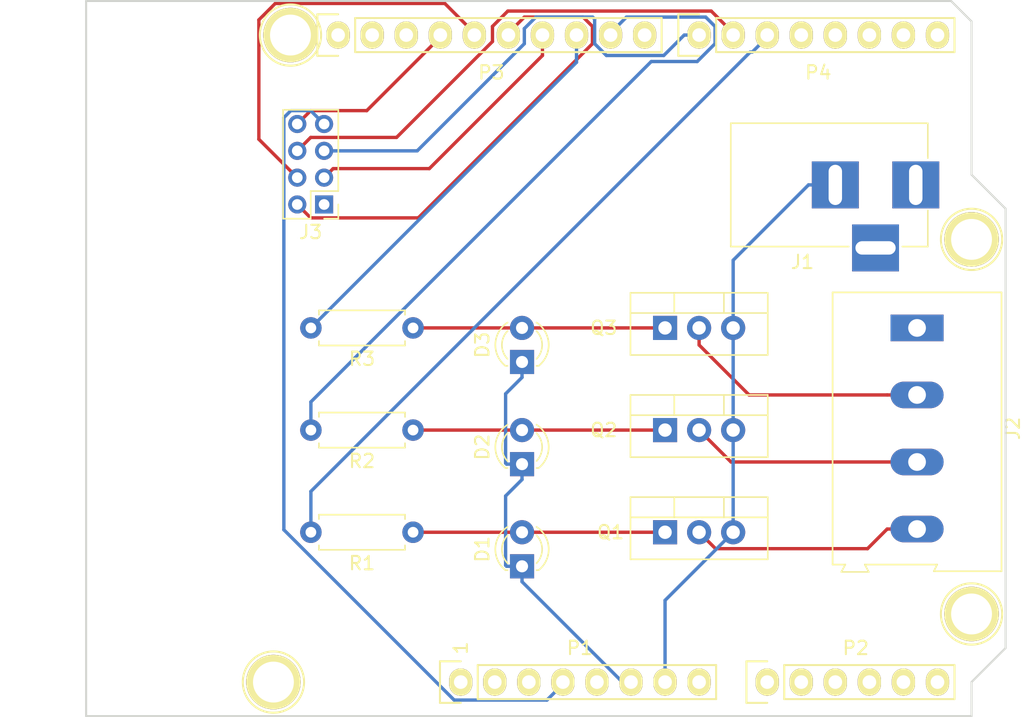
<source format=kicad_pcb>
(kicad_pcb (version 4) (host pcbnew 4.0.6)

  (general
    (links 25)
    (no_connects 5)
    (area 110.922999 72.949999 179.653001 126.440001)
    (thickness 1.6)
    (drawings 23)
    (tracks 103)
    (zones 0)
    (modules 20)
    (nets 48)
  )

  (page A4)
  (title_block
    (title "mega led 3000 base unit schematic")
    (date "lun. 30 mars 2015")
  )

  (layers
    (0 F.Cu signal)
    (31 B.Cu signal)
    (32 B.Adhes user)
    (33 F.Adhes user)
    (34 B.Paste user)
    (35 F.Paste user)
    (36 B.SilkS user)
    (37 F.SilkS user)
    (38 B.Mask user)
    (39 F.Mask user)
    (40 Dwgs.User user)
    (41 Cmts.User user)
    (42 Eco1.User user)
    (43 Eco2.User user)
    (44 Edge.Cuts user)
    (45 Margin user)
    (46 B.CrtYd user)
    (47 F.CrtYd user)
    (48 B.Fab user)
    (49 F.Fab user)
  )

  (setup
    (last_trace_width 0.25)
    (trace_clearance 0.2)
    (zone_clearance 0.508)
    (zone_45_only no)
    (trace_min 0.2)
    (segment_width 0.15)
    (edge_width 0.15)
    (via_size 0.6)
    (via_drill 0.4)
    (via_min_size 0.4)
    (via_min_drill 0.3)
    (uvia_size 0.3)
    (uvia_drill 0.1)
    (uvias_allowed no)
    (uvia_min_size 0.2)
    (uvia_min_drill 0.1)
    (pcb_text_width 0.3)
    (pcb_text_size 1.5 1.5)
    (mod_edge_width 0.15)
    (mod_text_size 1 1)
    (mod_text_width 0.15)
    (pad_size 4.064 4.064)
    (pad_drill 3.048)
    (pad_to_mask_clearance 0)
    (aux_axis_origin 110.998 126.365)
    (grid_origin 110.998 126.365)
    (visible_elements FFFFFF7F)
    (pcbplotparams
      (layerselection 0x00030_80000001)
      (usegerberextensions false)
      (excludeedgelayer true)
      (linewidth 0.100000)
      (plotframeref false)
      (viasonmask false)
      (mode 1)
      (useauxorigin false)
      (hpglpennumber 1)
      (hpglpenspeed 20)
      (hpglpendiameter 15)
      (hpglpenoverlay 2)
      (psnegative false)
      (psa4output false)
      (plotreference true)
      (plotvalue true)
      (plotinvisibletext false)
      (padsonsilk false)
      (subtractmaskfromsilk false)
      (outputformat 1)
      (mirror false)
      (drillshape 1)
      (scaleselection 1)
      (outputdirectory ""))
  )

  (net 0 "")
  (net 1 /Reset)
  (net 2 GND)
  (net 3 "/9(**)")
  (net 4 /7)
  (net 5 "/6(**)")
  (net 6 "/5(**)")
  (net 7 "Net-(P5-Pad1)")
  (net 8 "Net-(P6-Pad1)")
  (net 9 "Net-(P7-Pad1)")
  (net 10 "Net-(P8-Pad1)")
  (net 11 "/13(SCK)")
  (net 12 "/10(**/SS)")
  (net 13 "Net-(P1-Pad1)")
  (net 14 "/12(MISO)")
  (net 15 "/11(**/MOSI)")
  (net 16 "Net-(P1-Pad2)")
  (net 17 "Net-(J3-Pad7)")
  (net 18 "Net-(P1-Pad5)")
  (net 19 "Net-(P1-Pad8)")
  (net 20 "Net-(P2-Pad1)")
  (net 21 "Net-(P2-Pad2)")
  (net 22 "Net-(P2-Pad3)")
  (net 23 "Net-(P2-Pad4)")
  (net 24 "Net-(P2-Pad5)")
  (net 25 "Net-(P2-Pad6)")
  (net 26 "Net-(P3-Pad1)")
  (net 27 "Net-(P3-Pad2)")
  (net 28 "Net-(P3-Pad3)")
  (net 29 "Net-(J3-Pad8)")
  (net 30 "Net-(P3-Pad10)")
  (net 31 "Net-(P4-Pad4)")
  (net 32 "Net-(P4-Pad5)")
  (net 33 "Net-(P4-Pad6)")
  (net 34 "Net-(P4-Pad7)")
  (net 35 "Net-(P4-Pad8)")
  (net 36 "Net-(J2-Pad4)")
  (net 37 "Net-(J2-Pad3)")
  (net 38 "Net-(J2-Pad2)")
  (net 39 "Net-(D1-Pad2)")
  (net 40 "Net-(D2-Pad2)")
  (net 41 "Net-(D3-Pad2)")
  (net 42 "Net-(J1-Pad1)")
  (net 43 "Net-(J1-Pad3)")
  (net 44 "Net-(J3-Pad1)")
  (net 45 "Net-(Q1-Pad1)")
  (net 46 "Net-(Q2-Pad1)")
  (net 47 "Net-(Q3-Pad1)")

  (net_class Default "This is the default net class."
    (clearance 0.2)
    (trace_width 0.25)
    (via_dia 0.6)
    (via_drill 0.4)
    (uvia_dia 0.3)
    (uvia_drill 0.1)
    (add_net "/10(**/SS)")
    (add_net "/11(**/MOSI)")
    (add_net "/12(MISO)")
    (add_net "/13(SCK)")
    (add_net "/5(**)")
    (add_net "/6(**)")
    (add_net /7)
    (add_net "/9(**)")
    (add_net /Reset)
    (add_net GND)
    (add_net "Net-(D1-Pad2)")
    (add_net "Net-(D2-Pad2)")
    (add_net "Net-(D3-Pad2)")
    (add_net "Net-(J1-Pad1)")
    (add_net "Net-(J1-Pad3)")
    (add_net "Net-(J2-Pad2)")
    (add_net "Net-(J2-Pad3)")
    (add_net "Net-(J2-Pad4)")
    (add_net "Net-(J3-Pad1)")
    (add_net "Net-(J3-Pad7)")
    (add_net "Net-(J3-Pad8)")
    (add_net "Net-(P1-Pad1)")
    (add_net "Net-(P1-Pad2)")
    (add_net "Net-(P1-Pad5)")
    (add_net "Net-(P1-Pad8)")
    (add_net "Net-(P2-Pad1)")
    (add_net "Net-(P2-Pad2)")
    (add_net "Net-(P2-Pad3)")
    (add_net "Net-(P2-Pad4)")
    (add_net "Net-(P2-Pad5)")
    (add_net "Net-(P2-Pad6)")
    (add_net "Net-(P3-Pad1)")
    (add_net "Net-(P3-Pad10)")
    (add_net "Net-(P3-Pad2)")
    (add_net "Net-(P3-Pad3)")
    (add_net "Net-(P4-Pad4)")
    (add_net "Net-(P4-Pad5)")
    (add_net "Net-(P4-Pad6)")
    (add_net "Net-(P4-Pad7)")
    (add_net "Net-(P4-Pad8)")
    (add_net "Net-(P5-Pad1)")
    (add_net "Net-(P6-Pad1)")
    (add_net "Net-(P7-Pad1)")
    (add_net "Net-(P8-Pad1)")
    (add_net "Net-(Q1-Pad1)")
    (add_net "Net-(Q2-Pad1)")
    (add_net "Net-(Q3-Pad1)")
  )

  (module Socket_Arduino_Uno:Socket_Strip_Arduino_1x08 locked (layer F.Cu) (tedit 552168D2) (tstamp 551AF9EA)
    (at 138.938 123.825)
    (descr "Through hole socket strip")
    (tags "socket strip")
    (path /56D70129)
    (fp_text reference P1 (at 8.89 -2.54) (layer F.SilkS)
      (effects (font (size 1 1) (thickness 0.15)))
    )
    (fp_text value Power (at 8.89 -4.064) (layer F.Fab)
      (effects (font (size 1 1) (thickness 0.15)))
    )
    (fp_line (start -1.75 -1.75) (end -1.75 1.75) (layer F.CrtYd) (width 0.05))
    (fp_line (start 19.55 -1.75) (end 19.55 1.75) (layer F.CrtYd) (width 0.05))
    (fp_line (start -1.75 -1.75) (end 19.55 -1.75) (layer F.CrtYd) (width 0.05))
    (fp_line (start -1.75 1.75) (end 19.55 1.75) (layer F.CrtYd) (width 0.05))
    (fp_line (start 1.27 1.27) (end 19.05 1.27) (layer F.SilkS) (width 0.15))
    (fp_line (start 19.05 1.27) (end 19.05 -1.27) (layer F.SilkS) (width 0.15))
    (fp_line (start 19.05 -1.27) (end 1.27 -1.27) (layer F.SilkS) (width 0.15))
    (fp_line (start -1.55 1.55) (end 0 1.55) (layer F.SilkS) (width 0.15))
    (fp_line (start 1.27 1.27) (end 1.27 -1.27) (layer F.SilkS) (width 0.15))
    (fp_line (start 0 -1.55) (end -1.55 -1.55) (layer F.SilkS) (width 0.15))
    (fp_line (start -1.55 -1.55) (end -1.55 1.55) (layer F.SilkS) (width 0.15))
    (pad 1 thru_hole oval (at 0 0) (size 1.7272 2.032) (drill 1.016) (layers *.Cu *.Mask F.SilkS)
      (net 13 "Net-(P1-Pad1)"))
    (pad 2 thru_hole oval (at 2.54 0) (size 1.7272 2.032) (drill 1.016) (layers *.Cu *.Mask F.SilkS)
      (net 16 "Net-(P1-Pad2)"))
    (pad 3 thru_hole oval (at 5.08 0) (size 1.7272 2.032) (drill 1.016) (layers *.Cu *.Mask F.SilkS)
      (net 1 /Reset))
    (pad 4 thru_hole oval (at 7.62 0) (size 1.7272 2.032) (drill 1.016) (layers *.Cu *.Mask F.SilkS)
      (net 17 "Net-(J3-Pad7)"))
    (pad 5 thru_hole oval (at 10.16 0) (size 1.7272 2.032) (drill 1.016) (layers *.Cu *.Mask F.SilkS)
      (net 18 "Net-(P1-Pad5)"))
    (pad 6 thru_hole oval (at 12.7 0) (size 1.7272 2.032) (drill 1.016) (layers *.Cu *.Mask F.SilkS)
      (net 2 GND))
    (pad 7 thru_hole oval (at 15.24 0) (size 1.7272 2.032) (drill 1.016) (layers *.Cu *.Mask F.SilkS)
      (net 2 GND))
    (pad 8 thru_hole oval (at 17.78 0) (size 1.7272 2.032) (drill 1.016) (layers *.Cu *.Mask F.SilkS)
      (net 19 "Net-(P1-Pad8)"))
    (model ${KIPRJMOD}/Socket_Arduino_Uno.3dshapes/Socket_header_Arduino_1x08.wrl
      (at (xyz 0.35 0 0))
      (scale (xyz 1 1 1))
      (rotate (xyz 0 0 180))
    )
  )

  (module Socket_Arduino_Uno:Socket_Strip_Arduino_1x06 locked (layer F.Cu) (tedit 552168D6) (tstamp 551AF9FF)
    (at 161.798 123.825)
    (descr "Through hole socket strip")
    (tags "socket strip")
    (path /56D70DD8)
    (fp_text reference P2 (at 6.604 -2.54) (layer F.SilkS)
      (effects (font (size 1 1) (thickness 0.15)))
    )
    (fp_text value Analog (at 6.604 -4.064) (layer F.Fab)
      (effects (font (size 1 1) (thickness 0.15)))
    )
    (fp_line (start -1.75 -1.75) (end -1.75 1.75) (layer F.CrtYd) (width 0.05))
    (fp_line (start 14.45 -1.75) (end 14.45 1.75) (layer F.CrtYd) (width 0.05))
    (fp_line (start -1.75 -1.75) (end 14.45 -1.75) (layer F.CrtYd) (width 0.05))
    (fp_line (start -1.75 1.75) (end 14.45 1.75) (layer F.CrtYd) (width 0.05))
    (fp_line (start 1.27 1.27) (end 13.97 1.27) (layer F.SilkS) (width 0.15))
    (fp_line (start 13.97 1.27) (end 13.97 -1.27) (layer F.SilkS) (width 0.15))
    (fp_line (start 13.97 -1.27) (end 1.27 -1.27) (layer F.SilkS) (width 0.15))
    (fp_line (start -1.55 1.55) (end 0 1.55) (layer F.SilkS) (width 0.15))
    (fp_line (start 1.27 1.27) (end 1.27 -1.27) (layer F.SilkS) (width 0.15))
    (fp_line (start 0 -1.55) (end -1.55 -1.55) (layer F.SilkS) (width 0.15))
    (fp_line (start -1.55 -1.55) (end -1.55 1.55) (layer F.SilkS) (width 0.15))
    (pad 1 thru_hole oval (at 0 0) (size 1.7272 2.032) (drill 1.016) (layers *.Cu *.Mask F.SilkS)
      (net 20 "Net-(P2-Pad1)"))
    (pad 2 thru_hole oval (at 2.54 0) (size 1.7272 2.032) (drill 1.016) (layers *.Cu *.Mask F.SilkS)
      (net 21 "Net-(P2-Pad2)"))
    (pad 3 thru_hole oval (at 5.08 0) (size 1.7272 2.032) (drill 1.016) (layers *.Cu *.Mask F.SilkS)
      (net 22 "Net-(P2-Pad3)"))
    (pad 4 thru_hole oval (at 7.62 0) (size 1.7272 2.032) (drill 1.016) (layers *.Cu *.Mask F.SilkS)
      (net 23 "Net-(P2-Pad4)"))
    (pad 5 thru_hole oval (at 10.16 0) (size 1.7272 2.032) (drill 1.016) (layers *.Cu *.Mask F.SilkS)
      (net 24 "Net-(P2-Pad5)"))
    (pad 6 thru_hole oval (at 12.7 0) (size 1.7272 2.032) (drill 1.016) (layers *.Cu *.Mask F.SilkS)
      (net 25 "Net-(P2-Pad6)"))
    (model ${KIPRJMOD}/Socket_Arduino_Uno.3dshapes/Socket_header_Arduino_1x06.wrl
      (at (xyz 0.25 0 0))
      (scale (xyz 1 1 1))
      (rotate (xyz 0 0 180))
    )
  )

  (module Socket_Arduino_Uno:Socket_Strip_Arduino_1x10 locked (layer F.Cu) (tedit 552168BF) (tstamp 551AFA18)
    (at 129.794 75.565)
    (descr "Through hole socket strip")
    (tags "socket strip")
    (path /56D721E0)
    (fp_text reference P3 (at 11.43 2.794) (layer F.SilkS)
      (effects (font (size 1 1) (thickness 0.15)))
    )
    (fp_text value Digital (at 15.748 2.54 180) (layer F.Fab)
      (effects (font (size 1 1) (thickness 0.15)))
    )
    (fp_line (start -1.75 -1.75) (end -1.75 1.75) (layer F.CrtYd) (width 0.05))
    (fp_line (start 24.65 -1.75) (end 24.65 1.75) (layer F.CrtYd) (width 0.05))
    (fp_line (start -1.75 -1.75) (end 24.65 -1.75) (layer F.CrtYd) (width 0.05))
    (fp_line (start -1.75 1.75) (end 24.65 1.75) (layer F.CrtYd) (width 0.05))
    (fp_line (start 1.27 1.27) (end 24.13 1.27) (layer F.SilkS) (width 0.15))
    (fp_line (start 24.13 1.27) (end 24.13 -1.27) (layer F.SilkS) (width 0.15))
    (fp_line (start 24.13 -1.27) (end 1.27 -1.27) (layer F.SilkS) (width 0.15))
    (fp_line (start -1.55 1.55) (end 0 1.55) (layer F.SilkS) (width 0.15))
    (fp_line (start 1.27 1.27) (end 1.27 -1.27) (layer F.SilkS) (width 0.15))
    (fp_line (start 0 -1.55) (end -1.55 -1.55) (layer F.SilkS) (width 0.15))
    (fp_line (start -1.55 -1.55) (end -1.55 1.55) (layer F.SilkS) (width 0.15))
    (pad 1 thru_hole oval (at 0 0) (size 1.7272 2.032) (drill 1.016) (layers *.Cu *.Mask F.SilkS)
      (net 26 "Net-(P3-Pad1)"))
    (pad 2 thru_hole oval (at 2.54 0) (size 1.7272 2.032) (drill 1.016) (layers *.Cu *.Mask F.SilkS)
      (net 27 "Net-(P3-Pad2)"))
    (pad 3 thru_hole oval (at 5.08 0) (size 1.7272 2.032) (drill 1.016) (layers *.Cu *.Mask F.SilkS)
      (net 28 "Net-(P3-Pad3)"))
    (pad 4 thru_hole oval (at 7.62 0) (size 1.7272 2.032) (drill 1.016) (layers *.Cu *.Mask F.SilkS)
      (net 29 "Net-(J3-Pad8)"))
    (pad 5 thru_hole oval (at 10.16 0) (size 1.7272 2.032) (drill 1.016) (layers *.Cu *.Mask F.SilkS)
      (net 11 "/13(SCK)"))
    (pad 6 thru_hole oval (at 12.7 0) (size 1.7272 2.032) (drill 1.016) (layers *.Cu *.Mask F.SilkS)
      (net 14 "/12(MISO)"))
    (pad 7 thru_hole oval (at 15.24 0) (size 1.7272 2.032) (drill 1.016) (layers *.Cu *.Mask F.SilkS)
      (net 15 "/11(**/MOSI)"))
    (pad 8 thru_hole oval (at 17.78 0) (size 1.7272 2.032) (drill 1.016) (layers *.Cu *.Mask F.SilkS)
      (net 12 "/10(**/SS)"))
    (pad 9 thru_hole oval (at 20.32 0) (size 1.7272 2.032) (drill 1.016) (layers *.Cu *.Mask F.SilkS)
      (net 3 "/9(**)"))
    (pad 10 thru_hole oval (at 22.86 0) (size 1.7272 2.032) (drill 1.016) (layers *.Cu *.Mask F.SilkS)
      (net 30 "Net-(P3-Pad10)"))
    (model ${KIPRJMOD}/Socket_Arduino_Uno.3dshapes/Socket_header_Arduino_1x10.wrl
      (at (xyz 0.45 0 0))
      (scale (xyz 1 1 1))
      (rotate (xyz 0 0 180))
    )
  )

  (module Socket_Arduino_Uno:Socket_Strip_Arduino_1x08 locked (layer F.Cu) (tedit 552168C7) (tstamp 551AFA2F)
    (at 156.718 75.565)
    (descr "Through hole socket strip")
    (tags "socket strip")
    (path /56D7164F)
    (fp_text reference P4 (at 8.89 2.794) (layer F.SilkS)
      (effects (font (size 1 1) (thickness 0.15)))
    )
    (fp_text value Digital (at 12.7 2.54) (layer F.Fab)
      (effects (font (size 1 1) (thickness 0.15)))
    )
    (fp_line (start -1.75 -1.75) (end -1.75 1.75) (layer F.CrtYd) (width 0.05))
    (fp_line (start 19.55 -1.75) (end 19.55 1.75) (layer F.CrtYd) (width 0.05))
    (fp_line (start -1.75 -1.75) (end 19.55 -1.75) (layer F.CrtYd) (width 0.05))
    (fp_line (start -1.75 1.75) (end 19.55 1.75) (layer F.CrtYd) (width 0.05))
    (fp_line (start 1.27 1.27) (end 19.05 1.27) (layer F.SilkS) (width 0.15))
    (fp_line (start 19.05 1.27) (end 19.05 -1.27) (layer F.SilkS) (width 0.15))
    (fp_line (start 19.05 -1.27) (end 1.27 -1.27) (layer F.SilkS) (width 0.15))
    (fp_line (start -1.55 1.55) (end 0 1.55) (layer F.SilkS) (width 0.15))
    (fp_line (start 1.27 1.27) (end 1.27 -1.27) (layer F.SilkS) (width 0.15))
    (fp_line (start 0 -1.55) (end -1.55 -1.55) (layer F.SilkS) (width 0.15))
    (fp_line (start -1.55 -1.55) (end -1.55 1.55) (layer F.SilkS) (width 0.15))
    (pad 1 thru_hole oval (at 0 0) (size 1.7272 2.032) (drill 1.016) (layers *.Cu *.Mask F.SilkS)
      (net 4 /7))
    (pad 2 thru_hole oval (at 2.54 0) (size 1.7272 2.032) (drill 1.016) (layers *.Cu *.Mask F.SilkS)
      (net 5 "/6(**)"))
    (pad 3 thru_hole oval (at 5.08 0) (size 1.7272 2.032) (drill 1.016) (layers *.Cu *.Mask F.SilkS)
      (net 6 "/5(**)"))
    (pad 4 thru_hole oval (at 7.62 0) (size 1.7272 2.032) (drill 1.016) (layers *.Cu *.Mask F.SilkS)
      (net 31 "Net-(P4-Pad4)"))
    (pad 5 thru_hole oval (at 10.16 0) (size 1.7272 2.032) (drill 1.016) (layers *.Cu *.Mask F.SilkS)
      (net 32 "Net-(P4-Pad5)"))
    (pad 6 thru_hole oval (at 12.7 0) (size 1.7272 2.032) (drill 1.016) (layers *.Cu *.Mask F.SilkS)
      (net 33 "Net-(P4-Pad6)"))
    (pad 7 thru_hole oval (at 15.24 0) (size 1.7272 2.032) (drill 1.016) (layers *.Cu *.Mask F.SilkS)
      (net 34 "Net-(P4-Pad7)"))
    (pad 8 thru_hole oval (at 17.78 0) (size 1.7272 2.032) (drill 1.016) (layers *.Cu *.Mask F.SilkS)
      (net 35 "Net-(P4-Pad8)"))
    (model ${KIPRJMOD}/Socket_Arduino_Uno.3dshapes/Socket_header_Arduino_1x08.wrl
      (at (xyz 0.35 0 0))
      (scale (xyz 1 1 1))
      (rotate (xyz 0 0 180))
    )
  )

  (module Socket_Arduino_Uno:Arduino_1pin locked (layer F.Cu) (tedit 5524FC39) (tstamp 5524FC3F)
    (at 124.968 123.825)
    (descr "module 1 pin (ou trou mecanique de percage)")
    (tags DEV)
    (path /56D71177)
    (fp_text reference P5 (at 0 -3.048) (layer F.SilkS) hide
      (effects (font (size 1 1) (thickness 0.15)))
    )
    (fp_text value CONN_01X01 (at 0 2.794) (layer F.Fab) hide
      (effects (font (size 1 1) (thickness 0.15)))
    )
    (fp_circle (center 0 0) (end 0 -2.286) (layer F.SilkS) (width 0.15))
    (pad 1 thru_hole circle (at 0 0) (size 4.064 4.064) (drill 3.048) (layers *.Cu *.Mask F.SilkS)
      (net 7 "Net-(P5-Pad1)"))
  )

  (module Socket_Arduino_Uno:Arduino_1pin locked (layer F.Cu) (tedit 5524FC4A) (tstamp 5524FC44)
    (at 177.038 118.745)
    (descr "module 1 pin (ou trou mecanique de percage)")
    (tags DEV)
    (path /56D71274)
    (fp_text reference P6 (at 0 -3.048) (layer F.SilkS) hide
      (effects (font (size 1 1) (thickness 0.15)))
    )
    (fp_text value CONN_01X01 (at 0 2.794) (layer F.Fab) hide
      (effects (font (size 1 1) (thickness 0.15)))
    )
    (fp_circle (center 0 0) (end 0 -2.286) (layer F.SilkS) (width 0.15))
    (pad 1 thru_hole circle (at 0 0) (size 4.064 4.064) (drill 3.048) (layers *.Cu *.Mask F.SilkS)
      (net 8 "Net-(P6-Pad1)"))
  )

  (module Socket_Arduino_Uno:Arduino_1pin locked (layer F.Cu) (tedit 5524FC2F) (tstamp 5524FC49)
    (at 126.238 75.565)
    (descr "module 1 pin (ou trou mecanique de percage)")
    (tags DEV)
    (path /56D712A8)
    (fp_text reference P7 (at 0 -3.048) (layer F.SilkS) hide
      (effects (font (size 1 1) (thickness 0.15)))
    )
    (fp_text value CONN_01X01 (at 0 2.794) (layer F.Fab) hide
      (effects (font (size 1 1) (thickness 0.15)))
    )
    (fp_circle (center 0 0) (end 0 -2.286) (layer F.SilkS) (width 0.15))
    (pad 1 thru_hole circle (at 0 0) (size 4.064 4.064) (drill 3.048) (layers *.Cu *.Mask F.SilkS)
      (net 9 "Net-(P7-Pad1)"))
  )

  (module Socket_Arduino_Uno:Arduino_1pin locked (layer F.Cu) (tedit 5524FC41) (tstamp 5524FC4E)
    (at 177.038 90.805)
    (descr "module 1 pin (ou trou mecanique de percage)")
    (tags DEV)
    (path /56D712DB)
    (fp_text reference P8 (at 0 -3.048) (layer F.SilkS) hide
      (effects (font (size 1 1) (thickness 0.15)))
    )
    (fp_text value CONN_01X01 (at 0 2.794) (layer F.Fab) hide
      (effects (font (size 1 1) (thickness 0.15)))
    )
    (fp_circle (center 0 0) (end 0 -2.286) (layer F.SilkS) (width 0.15))
    (pad 1 thru_hole circle (at 0 0) (size 4.064 4.064) (drill 3.048) (layers *.Cu *.Mask F.SilkS)
      (net 10 "Net-(P8-Pad1)"))
  )

  (module LEDs:LED_D3.0mm (layer F.Cu) (tedit 587A3A7B) (tstamp 58F14EE1)
    (at 143.51 115.189 90)
    (descr "LED, diameter 3.0mm, 2 pins")
    (tags "LED diameter 3.0mm 2 pins")
    (path /58F141A6)
    (fp_text reference D1 (at 1.27 -2.96 90) (layer F.SilkS)
      (effects (font (size 1 1) (thickness 0.15)))
    )
    (fp_text value LED (at 1.27 2.96 90) (layer F.Fab)
      (effects (font (size 1 1) (thickness 0.15)))
    )
    (fp_arc (start 1.27 0) (end -0.23 -1.16619) (angle 284.3) (layer F.Fab) (width 0.1))
    (fp_arc (start 1.27 0) (end -0.29 -1.235516) (angle 108.8) (layer F.SilkS) (width 0.12))
    (fp_arc (start 1.27 0) (end -0.29 1.235516) (angle -108.8) (layer F.SilkS) (width 0.12))
    (fp_arc (start 1.27 0) (end 0.229039 -1.08) (angle 87.9) (layer F.SilkS) (width 0.12))
    (fp_arc (start 1.27 0) (end 0.229039 1.08) (angle -87.9) (layer F.SilkS) (width 0.12))
    (fp_circle (center 1.27 0) (end 2.77 0) (layer F.Fab) (width 0.1))
    (fp_line (start -0.23 -1.16619) (end -0.23 1.16619) (layer F.Fab) (width 0.1))
    (fp_line (start -0.29 -1.236) (end -0.29 -1.08) (layer F.SilkS) (width 0.12))
    (fp_line (start -0.29 1.08) (end -0.29 1.236) (layer F.SilkS) (width 0.12))
    (fp_line (start -1.15 -2.25) (end -1.15 2.25) (layer F.CrtYd) (width 0.05))
    (fp_line (start -1.15 2.25) (end 3.7 2.25) (layer F.CrtYd) (width 0.05))
    (fp_line (start 3.7 2.25) (end 3.7 -2.25) (layer F.CrtYd) (width 0.05))
    (fp_line (start 3.7 -2.25) (end -1.15 -2.25) (layer F.CrtYd) (width 0.05))
    (pad 1 thru_hole rect (at 0 0 90) (size 1.8 1.8) (drill 0.9) (layers *.Cu *.Mask)
      (net 2 GND))
    (pad 2 thru_hole circle (at 2.54 0 90) (size 1.8 1.8) (drill 0.9) (layers *.Cu *.Mask)
      (net 39 "Net-(D1-Pad2)"))
    (model LEDs.3dshapes/LED_D3.0mm.wrl
      (at (xyz 0 0 0))
      (scale (xyz 0.393701 0.393701 0.393701))
      (rotate (xyz 0 0 0))
    )
  )

  (module LEDs:LED_D3.0mm (layer F.Cu) (tedit 587A3A7B) (tstamp 58F14EE7)
    (at 143.51 107.569 90)
    (descr "LED, diameter 3.0mm, 2 pins")
    (tags "LED diameter 3.0mm 2 pins")
    (path /58F1422B)
    (fp_text reference D2 (at 1.27 -2.96 90) (layer F.SilkS)
      (effects (font (size 1 1) (thickness 0.15)))
    )
    (fp_text value LED (at 1.27 2.96 90) (layer F.Fab)
      (effects (font (size 1 1) (thickness 0.15)))
    )
    (fp_arc (start 1.27 0) (end -0.23 -1.16619) (angle 284.3) (layer F.Fab) (width 0.1))
    (fp_arc (start 1.27 0) (end -0.29 -1.235516) (angle 108.8) (layer F.SilkS) (width 0.12))
    (fp_arc (start 1.27 0) (end -0.29 1.235516) (angle -108.8) (layer F.SilkS) (width 0.12))
    (fp_arc (start 1.27 0) (end 0.229039 -1.08) (angle 87.9) (layer F.SilkS) (width 0.12))
    (fp_arc (start 1.27 0) (end 0.229039 1.08) (angle -87.9) (layer F.SilkS) (width 0.12))
    (fp_circle (center 1.27 0) (end 2.77 0) (layer F.Fab) (width 0.1))
    (fp_line (start -0.23 -1.16619) (end -0.23 1.16619) (layer F.Fab) (width 0.1))
    (fp_line (start -0.29 -1.236) (end -0.29 -1.08) (layer F.SilkS) (width 0.12))
    (fp_line (start -0.29 1.08) (end -0.29 1.236) (layer F.SilkS) (width 0.12))
    (fp_line (start -1.15 -2.25) (end -1.15 2.25) (layer F.CrtYd) (width 0.05))
    (fp_line (start -1.15 2.25) (end 3.7 2.25) (layer F.CrtYd) (width 0.05))
    (fp_line (start 3.7 2.25) (end 3.7 -2.25) (layer F.CrtYd) (width 0.05))
    (fp_line (start 3.7 -2.25) (end -1.15 -2.25) (layer F.CrtYd) (width 0.05))
    (pad 1 thru_hole rect (at 0 0 90) (size 1.8 1.8) (drill 0.9) (layers *.Cu *.Mask)
      (net 2 GND))
    (pad 2 thru_hole circle (at 2.54 0 90) (size 1.8 1.8) (drill 0.9) (layers *.Cu *.Mask)
      (net 40 "Net-(D2-Pad2)"))
    (model LEDs.3dshapes/LED_D3.0mm.wrl
      (at (xyz 0 0 0))
      (scale (xyz 0.393701 0.393701 0.393701))
      (rotate (xyz 0 0 0))
    )
  )

  (module LEDs:LED_D3.0mm (layer F.Cu) (tedit 587A3A7B) (tstamp 58F14EED)
    (at 143.51 99.949 90)
    (descr "LED, diameter 3.0mm, 2 pins")
    (tags "LED diameter 3.0mm 2 pins")
    (path /58F14270)
    (fp_text reference D3 (at 1.27 -2.96 90) (layer F.SilkS)
      (effects (font (size 1 1) (thickness 0.15)))
    )
    (fp_text value LED (at 1.27 2.96 90) (layer F.Fab)
      (effects (font (size 1 1) (thickness 0.15)))
    )
    (fp_arc (start 1.27 0) (end -0.23 -1.16619) (angle 284.3) (layer F.Fab) (width 0.1))
    (fp_arc (start 1.27 0) (end -0.29 -1.235516) (angle 108.8) (layer F.SilkS) (width 0.12))
    (fp_arc (start 1.27 0) (end -0.29 1.235516) (angle -108.8) (layer F.SilkS) (width 0.12))
    (fp_arc (start 1.27 0) (end 0.229039 -1.08) (angle 87.9) (layer F.SilkS) (width 0.12))
    (fp_arc (start 1.27 0) (end 0.229039 1.08) (angle -87.9) (layer F.SilkS) (width 0.12))
    (fp_circle (center 1.27 0) (end 2.77 0) (layer F.Fab) (width 0.1))
    (fp_line (start -0.23 -1.16619) (end -0.23 1.16619) (layer F.Fab) (width 0.1))
    (fp_line (start -0.29 -1.236) (end -0.29 -1.08) (layer F.SilkS) (width 0.12))
    (fp_line (start -0.29 1.08) (end -0.29 1.236) (layer F.SilkS) (width 0.12))
    (fp_line (start -1.15 -2.25) (end -1.15 2.25) (layer F.CrtYd) (width 0.05))
    (fp_line (start -1.15 2.25) (end 3.7 2.25) (layer F.CrtYd) (width 0.05))
    (fp_line (start 3.7 2.25) (end 3.7 -2.25) (layer F.CrtYd) (width 0.05))
    (fp_line (start 3.7 -2.25) (end -1.15 -2.25) (layer F.CrtYd) (width 0.05))
    (pad 1 thru_hole rect (at 0 0 90) (size 1.8 1.8) (drill 0.9) (layers *.Cu *.Mask)
      (net 2 GND))
    (pad 2 thru_hole circle (at 2.54 0 90) (size 1.8 1.8) (drill 0.9) (layers *.Cu *.Mask)
      (net 41 "Net-(D3-Pad2)"))
    (model LEDs.3dshapes/LED_D3.0mm.wrl
      (at (xyz 0 0 0))
      (scale (xyz 0.393701 0.393701 0.393701))
      (rotate (xyz 0 0 0))
    )
  )

  (module Connect:BARREL_JACK (layer F.Cu) (tedit 5861378E) (tstamp 58F14EF4)
    (at 172.878 86.741)
    (descr "DC Barrel Jack")
    (tags "Power Jack")
    (path /58F142AD)
    (fp_text reference J1 (at -8.45 5.75 180) (layer F.SilkS)
      (effects (font (size 1 1) (thickness 0.15)))
    )
    (fp_text value BARREL_JACK (at -6.2 -5.5) (layer F.Fab)
      (effects (font (size 1 1) (thickness 0.15)))
    )
    (fp_line (start 1 -4.5) (end 1 -4.75) (layer F.CrtYd) (width 0.05))
    (fp_line (start 1 -4.75) (end -14 -4.75) (layer F.CrtYd) (width 0.05))
    (fp_line (start 1 -4.5) (end 1 -2) (layer F.CrtYd) (width 0.05))
    (fp_line (start 1 -2) (end 2 -2) (layer F.CrtYd) (width 0.05))
    (fp_line (start 2 -2) (end 2 2) (layer F.CrtYd) (width 0.05))
    (fp_line (start 2 2) (end 1 2) (layer F.CrtYd) (width 0.05))
    (fp_line (start 1 2) (end 1 4.75) (layer F.CrtYd) (width 0.05))
    (fp_line (start 1 4.75) (end -1 4.75) (layer F.CrtYd) (width 0.05))
    (fp_line (start -1 4.75) (end -1 6.75) (layer F.CrtYd) (width 0.05))
    (fp_line (start -1 6.75) (end -5 6.75) (layer F.CrtYd) (width 0.05))
    (fp_line (start -5 6.75) (end -5 4.75) (layer F.CrtYd) (width 0.05))
    (fp_line (start -5 4.75) (end -14 4.75) (layer F.CrtYd) (width 0.05))
    (fp_line (start -14 4.75) (end -14 -4.75) (layer F.CrtYd) (width 0.05))
    (fp_line (start -5 4.6) (end -13.8 4.6) (layer F.SilkS) (width 0.12))
    (fp_line (start -13.8 4.6) (end -13.8 -4.6) (layer F.SilkS) (width 0.12))
    (fp_line (start 0.9 1.9) (end 0.9 4.6) (layer F.SilkS) (width 0.12))
    (fp_line (start 0.9 4.6) (end -1 4.6) (layer F.SilkS) (width 0.12))
    (fp_line (start -13.8 -4.6) (end 0.9 -4.6) (layer F.SilkS) (width 0.12))
    (fp_line (start 0.9 -4.6) (end 0.9 -2) (layer F.SilkS) (width 0.12))
    (fp_line (start -10.2 -4.5) (end -10.2 4.5) (layer F.Fab) (width 0.1))
    (fp_line (start -13.7 -4.5) (end -13.7 4.5) (layer F.Fab) (width 0.1))
    (fp_line (start -13.7 4.5) (end 0.8 4.5) (layer F.Fab) (width 0.1))
    (fp_line (start 0.8 4.5) (end 0.8 -4.5) (layer F.Fab) (width 0.1))
    (fp_line (start 0.8 -4.5) (end -13.7 -4.5) (layer F.Fab) (width 0.1))
    (pad 1 thru_hole rect (at 0 0) (size 3.5 3.5) (drill oval 1 3) (layers *.Cu *.Mask)
      (net 42 "Net-(J1-Pad1)"))
    (pad 2 thru_hole rect (at -6 0) (size 3.5 3.5) (drill oval 1 3) (layers *.Cu *.Mask)
      (net 2 GND))
    (pad 3 thru_hole rect (at -3 4.7) (size 3.5 3.5) (drill oval 3 1) (layers *.Cu *.Mask)
      (net 43 "Net-(J1-Pad3)"))
  )

  (module Connect:AK300-4 (layer F.Cu) (tedit 587FD4EE) (tstamp 58F14EFC)
    (at 172.974 97.409 270)
    (descr CONNECTOR)
    (tags CONNECTOR)
    (path /58F13CF8)
    (fp_text reference J2 (at 7.5 -7.15 270) (layer F.SilkS)
      (effects (font (size 1 1) (thickness 0.15)))
    )
    (fp_text value CONN_01X04_FEMALE (at 7.45 7.45 270) (layer F.Fab)
      (effects (font (size 1 1) (thickness 0.15)))
    )
    (fp_line (start -2.65 -6.3) (end 18.15 -6.3) (layer F.SilkS) (width 0.12))
    (fp_line (start 18.15 -6.3) (end 18.15 -1.25) (layer F.SilkS) (width 0.12))
    (fp_line (start 18.15 -1.25) (end 17.65 -1.5) (layer F.SilkS) (width 0.12))
    (fp_line (start 17.65 -1.5) (end 17.65 3.9) (layer F.SilkS) (width 0.12))
    (fp_line (start 17.65 3.9) (end 18.2 3.6) (layer F.SilkS) (width 0.12))
    (fp_line (start 18.2 3.6) (end 18.2 5.65) (layer F.SilkS) (width 0.12))
    (fp_line (start 18.2 5.65) (end 17.65 5.35) (layer F.SilkS) (width 0.12))
    (fp_line (start 17.65 5.35) (end 17.65 6.3) (layer F.SilkS) (width 0.12))
    (fp_line (start 17.65 6.3) (end -2.65 6.3) (layer F.SilkS) (width 0.12))
    (fp_line (start -2.65 6.3) (end -2.65 -6.3) (layer F.SilkS) (width 0.12))
    (fp_line (start 18.35 -6.47) (end 18.35 6.47) (layer F.CrtYd) (width 0.05))
    (fp_line (start -2.83 -6.47) (end -2.83 6.47) (layer F.CrtYd) (width 0.05))
    (fp_line (start -2.83 6.47) (end 18.35 6.47) (layer F.CrtYd) (width 0.05))
    (fp_line (start -2.83 -6.47) (end 18.35 -6.47) (layer F.CrtYd) (width 0.05))
    (fp_line (start 8.75 -0.25) (end 8.75 2.54) (layer F.Fab) (width 0.1))
    (fp_line (start 8.75 2.54) (end 11.29 2.54) (layer F.Fab) (width 0.1))
    (fp_line (start 11.29 2.54) (end 11.29 -0.25) (layer F.Fab) (width 0.1))
    (fp_line (start 7.94 -3.43) (end 7.94 -5.97) (layer F.Fab) (width 0.1))
    (fp_line (start 7.94 -5.97) (end 12 -5.97) (layer F.Fab) (width 0.1))
    (fp_line (start 12 -5.97) (end 12 -3.43) (layer F.Fab) (width 0.1))
    (fp_line (start 12 -3.43) (end 7.94 -3.43) (layer F.Fab) (width 0.1))
    (fp_line (start 8.34 -4.45) (end 11.39 -5.08) (layer F.Fab) (width 0.1))
    (fp_line (start 8.47 -4.32) (end 11.52 -4.95) (layer F.Fab) (width 0.1))
    (fp_line (start 7.99 4.32) (end 12.05 4.32) (layer F.Fab) (width 0.1))
    (fp_line (start 12.05 6.22) (end 12.05 -0.25) (layer F.Fab) (width 0.1))
    (fp_line (start 8.37 0.51) (end 8.75 0.51) (layer F.Fab) (width 0.1))
    (fp_line (start 8.37 0.51) (end 8.37 3.68) (layer F.Fab) (width 0.1))
    (fp_line (start 8.37 3.68) (end 11.67 3.68) (layer F.Fab) (width 0.1))
    (fp_line (start 11.67 3.68) (end 11.67 0.51) (layer F.Fab) (width 0.1))
    (fp_line (start 11.67 0.51) (end 11.29 0.51) (layer F.Fab) (width 0.1))
    (fp_line (start 12.51 -0.64) (end 17.59 -0.64) (layer F.Fab) (width 0.1))
    (fp_line (start 7.99 6.22) (end 7.99 -0.25) (layer F.Fab) (width 0.1))
    (fp_line (start 7.99 -0.25) (end 12.05 -0.25) (layer F.Fab) (width 0.1))
    (fp_line (start 16.95 6.22) (end 13.02 6.22) (layer F.Fab) (width 0.1))
    (fp_line (start 13.17 6.22) (end 7.07 6.22) (layer F.Fab) (width 0.1))
    (fp_line (start 17.59 -3.05) (end -2.58 -3.05) (layer F.Fab) (width 0.1))
    (fp_line (start 17.74 -6.22) (end -2.58 -6.22) (layer F.Fab) (width 0.1))
    (fp_line (start 12.66 -0.64) (end -2.52 -0.64) (layer F.Fab) (width 0.1))
    (fp_line (start 12.95 4) (end 12.95 -0.25) (layer F.Fab) (width 0.1))
    (fp_line (start 13.35 -0.25) (end 16.65 -0.25) (layer F.Fab) (width 0.1))
    (fp_line (start 12.97 -0.25) (end 13.35 -0.25) (layer F.Fab) (width 0.1))
    (fp_line (start 17.03 -0.25) (end 16.65 -0.25) (layer F.Fab) (width 0.1))
    (fp_line (start 13.5 -4.32) (end 16.55 -4.95) (layer F.Fab) (width 0.1))
    (fp_line (start 13.37 -4.45) (end 16.42 -5.08) (layer F.Fab) (width 0.1))
    (fp_line (start 17.03 -3.43) (end 12.97 -3.43) (layer F.Fab) (width 0.1))
    (fp_line (start 17.03 -5.97) (end 17.03 -3.43) (layer F.Fab) (width 0.1))
    (fp_line (start 12.97 -5.97) (end 17.03 -5.97) (layer F.Fab) (width 0.1))
    (fp_line (start 12.97 -3.43) (end 12.97 -5.97) (layer F.Fab) (width 0.1))
    (fp_line (start 17.59 -3.17) (end 17.59 -1.65) (layer F.Fab) (width 0.1))
    (fp_line (start 17.59 -0.64) (end 17.59 4.06) (layer F.Fab) (width 0.1))
    (fp_line (start 17.59 -1.65) (end 17.59 -0.64) (layer F.Fab) (width 0.1))
    (fp_line (start 16.65 0.51) (end 16.27 0.51) (layer F.Fab) (width 0.1))
    (fp_line (start 13.35 0.51) (end 13.73 0.51) (layer F.Fab) (width 0.1))
    (fp_line (start 13.35 3.68) (end 13.35 0.51) (layer F.Fab) (width 0.1))
    (fp_line (start 16.65 3.68) (end 13.35 3.68) (layer F.Fab) (width 0.1))
    (fp_line (start 16.65 3.68) (end 16.65 0.51) (layer F.Fab) (width 0.1))
    (fp_line (start 17.03 4.32) (end 17.03 6.22) (layer F.Fab) (width 0.1))
    (fp_line (start 12.97 4.32) (end 17.03 4.32) (layer F.Fab) (width 0.1))
    (fp_line (start 17.03 6.22) (end 17.59 6.22) (layer F.Fab) (width 0.1))
    (fp_line (start 17.03 -0.25) (end 17.03 4.32) (layer F.Fab) (width 0.1))
    (fp_line (start 12.97 6.22) (end 12.97 4.32) (layer F.Fab) (width 0.1))
    (fp_line (start 18.1 3.81) (end 18.1 5.46) (layer F.Fab) (width 0.1))
    (fp_line (start 17.59 4.06) (end 17.59 5.21) (layer F.Fab) (width 0.1))
    (fp_line (start 18.1 3.81) (end 17.59 4.06) (layer F.Fab) (width 0.1))
    (fp_line (start 17.59 5.21) (end 17.59 6.22) (layer F.Fab) (width 0.1))
    (fp_line (start 18.1 5.46) (end 17.59 5.21) (layer F.Fab) (width 0.1))
    (fp_line (start 18.1 -1.4) (end 17.59 -1.65) (layer F.Fab) (width 0.1))
    (fp_line (start 18.1 -6.22) (end 18.1 -1.4) (layer F.Fab) (width 0.1))
    (fp_line (start 17.59 -6.22) (end 18.1 -6.22) (layer F.Fab) (width 0.1))
    (fp_line (start 17.59 -6.22) (end 17.59 -3.17) (layer F.Fab) (width 0.1))
    (fp_line (start 13.73 2.54) (end 13.73 -0.25) (layer F.Fab) (width 0.1))
    (fp_line (start 13.73 -0.25) (end 16.27 -0.25) (layer F.Fab) (width 0.1))
    (fp_line (start 16.27 2.54) (end 16.27 -0.25) (layer F.Fab) (width 0.1))
    (fp_line (start 13.73 2.54) (end 16.27 2.54) (layer F.Fab) (width 0.1))
    (fp_line (start -1.28 2.54) (end 1.26 2.54) (layer F.Fab) (width 0.1))
    (fp_line (start 1.26 2.54) (end 1.26 -0.25) (layer F.Fab) (width 0.1))
    (fp_line (start -1.28 -0.25) (end 1.26 -0.25) (layer F.Fab) (width 0.1))
    (fp_line (start -1.28 2.54) (end -1.28 -0.25) (layer F.Fab) (width 0.1))
    (fp_line (start 3.72 2.54) (end 6.26 2.54) (layer F.Fab) (width 0.1))
    (fp_line (start 6.26 2.54) (end 6.26 -0.25) (layer F.Fab) (width 0.1))
    (fp_line (start 3.72 -0.25) (end 6.26 -0.25) (layer F.Fab) (width 0.1))
    (fp_line (start 3.72 2.54) (end 3.72 -0.25) (layer F.Fab) (width 0.1))
    (fp_line (start 12.95 5.21) (end 12.95 6.22) (layer F.Fab) (width 0.1))
    (fp_line (start 12.95 4.06) (end 12.95 5.21) (layer F.Fab) (width 0.1))
    (fp_line (start 2.96 6.22) (end 2.96 4.32) (layer F.Fab) (width 0.1))
    (fp_line (start 7.02 -0.25) (end 7.02 4.32) (layer F.Fab) (width 0.1))
    (fp_line (start 2.96 6.22) (end 7.02 6.22) (layer F.Fab) (width 0.1))
    (fp_line (start 2.02 6.22) (end 2.02 4.32) (layer F.Fab) (width 0.1))
    (fp_line (start 2.02 6.22) (end 2.96 6.22) (layer F.Fab) (width 0.1))
    (fp_line (start -2.05 -0.25) (end -2.05 4.32) (layer F.Fab) (width 0.1))
    (fp_line (start -2.58 6.22) (end -2.05 6.22) (layer F.Fab) (width 0.1))
    (fp_line (start -2.05 6.22) (end 2.02 6.22) (layer F.Fab) (width 0.1))
    (fp_line (start 2.96 4.32) (end 7.02 4.32) (layer F.Fab) (width 0.1))
    (fp_line (start 2.96 4.32) (end 2.96 -0.25) (layer F.Fab) (width 0.1))
    (fp_line (start 7.02 4.32) (end 7.02 6.22) (layer F.Fab) (width 0.1))
    (fp_line (start 2.02 4.32) (end -2.05 4.32) (layer F.Fab) (width 0.1))
    (fp_line (start 2.02 4.32) (end 2.02 -0.25) (layer F.Fab) (width 0.1))
    (fp_line (start -2.05 4.32) (end -2.05 6.22) (layer F.Fab) (width 0.1))
    (fp_line (start 6.64 3.68) (end 6.64 0.51) (layer F.Fab) (width 0.1))
    (fp_line (start 6.64 3.68) (end 3.34 3.68) (layer F.Fab) (width 0.1))
    (fp_line (start 3.34 3.68) (end 3.34 0.51) (layer F.Fab) (width 0.1))
    (fp_line (start 1.64 3.68) (end 1.64 0.51) (layer F.Fab) (width 0.1))
    (fp_line (start 1.64 3.68) (end -1.67 3.68) (layer F.Fab) (width 0.1))
    (fp_line (start -1.67 3.68) (end -1.67 0.51) (layer F.Fab) (width 0.1))
    (fp_line (start -1.67 0.51) (end -1.28 0.51) (layer F.Fab) (width 0.1))
    (fp_line (start 1.64 0.51) (end 1.26 0.51) (layer F.Fab) (width 0.1))
    (fp_line (start 3.34 0.51) (end 3.72 0.51) (layer F.Fab) (width 0.1))
    (fp_line (start 6.64 0.51) (end 6.26 0.51) (layer F.Fab) (width 0.1))
    (fp_line (start -2.58 6.22) (end -2.58 -0.64) (layer F.Fab) (width 0.1))
    (fp_line (start -2.58 -0.64) (end -2.58 -3.17) (layer F.Fab) (width 0.1))
    (fp_line (start -2.58 -3.17) (end -2.58 -6.22) (layer F.Fab) (width 0.1))
    (fp_line (start 2.96 -3.43) (end 2.96 -5.97) (layer F.Fab) (width 0.1))
    (fp_line (start 2.96 -5.97) (end 7.02 -5.97) (layer F.Fab) (width 0.1))
    (fp_line (start 7.02 -5.97) (end 7.02 -3.43) (layer F.Fab) (width 0.1))
    (fp_line (start 7.02 -3.43) (end 2.96 -3.43) (layer F.Fab) (width 0.1))
    (fp_line (start 2.02 -3.43) (end 2.02 -5.97) (layer F.Fab) (width 0.1))
    (fp_line (start 2.02 -3.43) (end -2.05 -3.43) (layer F.Fab) (width 0.1))
    (fp_line (start -2.05 -3.43) (end -2.05 -5.97) (layer F.Fab) (width 0.1))
    (fp_line (start 2.02 -5.97) (end -2.05 -5.97) (layer F.Fab) (width 0.1))
    (fp_line (start 3.36 -4.45) (end 6.41 -5.08) (layer F.Fab) (width 0.1))
    (fp_line (start 3.49 -4.32) (end 6.54 -4.95) (layer F.Fab) (width 0.1))
    (fp_line (start -1.64 -4.45) (end 1.41 -5.08) (layer F.Fab) (width 0.1))
    (fp_line (start -1.51 -4.32) (end 1.53 -4.95) (layer F.Fab) (width 0.1))
    (fp_line (start -2.05 -0.25) (end -1.67 -0.25) (layer F.Fab) (width 0.1))
    (fp_line (start 2.02 -0.25) (end 1.64 -0.25) (layer F.Fab) (width 0.1))
    (fp_line (start 1.64 -0.25) (end -1.67 -0.25) (layer F.Fab) (width 0.1))
    (fp_line (start 7.02 -0.25) (end 6.64 -0.25) (layer F.Fab) (width 0.1))
    (fp_line (start 2.96 -0.25) (end 3.34 -0.25) (layer F.Fab) (width 0.1))
    (fp_line (start 3.34 -0.25) (end 6.64 -0.25) (layer F.Fab) (width 0.1))
    (fp_arc (start 10.99 -4.59) (end 11.49 -5.05) (angle 90.5) (layer F.Fab) (width 0.1))
    (fp_arc (start 10.02 -6.07) (end 11.48 -4.12) (angle 75.5) (layer F.Fab) (width 0.1))
    (fp_arc (start 9.94 -3.71) (end 8.34 -5) (angle 100) (layer F.Fab) (width 0.1))
    (fp_arc (start 8.83 -4.65) (end 8.54 -4.13) (angle 104.2) (layer F.Fab) (width 0.1))
    (fp_arc (start 13.86 -4.65) (end 13.57 -4.13) (angle 104.2) (layer F.Fab) (width 0.1))
    (fp_arc (start 14.97 -3.71) (end 13.37 -5) (angle 100) (layer F.Fab) (width 0.1))
    (fp_arc (start 15.05 -6.07) (end 16.51 -4.12) (angle 75.5) (layer F.Fab) (width 0.1))
    (fp_arc (start 16.02 -4.59) (end 16.52 -5.05) (angle 90.5) (layer F.Fab) (width 0.1))
    (fp_arc (start 6.01 -4.59) (end 6.51 -5.05) (angle 90.5) (layer F.Fab) (width 0.1))
    (fp_arc (start 5.04 -6.07) (end 6.5 -4.12) (angle 75.5) (layer F.Fab) (width 0.1))
    (fp_arc (start 4.96 -3.71) (end 3.36 -5) (angle 100) (layer F.Fab) (width 0.1))
    (fp_arc (start 3.85 -4.65) (end 3.56 -4.13) (angle 104.2) (layer F.Fab) (width 0.1))
    (fp_arc (start 1 -4.59) (end 1.51 -5.05) (angle 90.5) (layer F.Fab) (width 0.1))
    (fp_arc (start 0.04 -6.07) (end 1.5 -4.12) (angle 75.5) (layer F.Fab) (width 0.1))
    (fp_arc (start -0.04 -3.71) (end -1.64 -5) (angle 100) (layer F.Fab) (width 0.1))
    (fp_arc (start -1.16 -4.65) (end -1.44 -4.13) (angle 104.2) (layer F.Fab) (width 0.1))
    (pad 1 thru_hole rect (at 0 0 270) (size 1.98 3.96) (drill 1.32) (layers *.Cu F.Paste F.Mask)
      (net 42 "Net-(J1-Pad1)"))
    (pad 2 thru_hole oval (at 5 0 270) (size 1.98 3.96) (drill 1.32) (layers *.Cu F.Paste F.Mask)
      (net 38 "Net-(J2-Pad2)"))
    (pad 4 thru_hole oval (at 15 0 270) (size 1.98 3.96) (drill 1.32) (layers *.Cu F.Paste F.Mask)
      (net 36 "Net-(J2-Pad4)"))
    (pad 3 thru_hole oval (at 10 0 270) (size 1.98 3.96) (drill 1.32) (layers *.Cu *.Mask)
      (net 37 "Net-(J2-Pad3)"))
  )

  (module Pin_Headers:Pin_Header_Straight_2x04_Pitch2.00mm (layer F.Cu) (tedit 58CD4ECD) (tstamp 58F14F08)
    (at 128.746 88.201 180)
    (descr "Through hole straight pin header, 2x04, 2.00mm pitch, double rows")
    (tags "Through hole pin header THT 2x04 2.00mm double row")
    (path /58F1859E)
    (fp_text reference J3 (at 1 -2.06 180) (layer F.SilkS)
      (effects (font (size 1 1) (thickness 0.15)))
    )
    (fp_text value CONN_02X04 (at 4.54 3.016 270) (layer F.Fab)
      (effects (font (size 1 1) (thickness 0.15)))
    )
    (fp_line (start -1 -1) (end -1 7) (layer F.Fab) (width 0.1))
    (fp_line (start -1 7) (end 3 7) (layer F.Fab) (width 0.1))
    (fp_line (start 3 7) (end 3 -1) (layer F.Fab) (width 0.1))
    (fp_line (start 3 -1) (end -1 -1) (layer F.Fab) (width 0.1))
    (fp_line (start -1.06 1) (end -1.06 7.06) (layer F.SilkS) (width 0.12))
    (fp_line (start -1.06 7.06) (end 3.06 7.06) (layer F.SilkS) (width 0.12))
    (fp_line (start 3.06 7.06) (end 3.06 -1.06) (layer F.SilkS) (width 0.12))
    (fp_line (start 3.06 -1.06) (end 1 -1.06) (layer F.SilkS) (width 0.12))
    (fp_line (start 1 -1.06) (end 1 1) (layer F.SilkS) (width 0.12))
    (fp_line (start 1 1) (end -1.06 1) (layer F.SilkS) (width 0.12))
    (fp_line (start -1.06 0) (end -1.06 -1.06) (layer F.SilkS) (width 0.12))
    (fp_line (start -1.06 -1.06) (end 0 -1.06) (layer F.SilkS) (width 0.12))
    (fp_line (start -1.5 -1.5) (end -1.5 7.5) (layer F.CrtYd) (width 0.05))
    (fp_line (start -1.5 7.5) (end 3.5 7.5) (layer F.CrtYd) (width 0.05))
    (fp_line (start 3.5 7.5) (end 3.5 -1.5) (layer F.CrtYd) (width 0.05))
    (fp_line (start 3.5 -1.5) (end -1.5 -1.5) (layer F.CrtYd) (width 0.05))
    (fp_text user %R (at 1 -2.06 180) (layer F.Fab)
      (effects (font (size 1 1) (thickness 0.15)))
    )
    (pad 1 thru_hole rect (at 0 0 180) (size 1.35 1.35) (drill 0.8) (layers *.Cu *.Mask)
      (net 44 "Net-(J3-Pad1)"))
    (pad 2 thru_hole oval (at 2 0 180) (size 1.35 1.35) (drill 0.8) (layers *.Cu *.Mask)
      (net 14 "/12(MISO)"))
    (pad 3 thru_hole oval (at 0 2 180) (size 1.35 1.35) (drill 0.8) (layers *.Cu *.Mask)
      (net 15 "/11(**/MOSI)"))
    (pad 4 thru_hole oval (at 2 2 180) (size 1.35 1.35) (drill 0.8) (layers *.Cu *.Mask)
      (net 11 "/13(SCK)"))
    (pad 5 thru_hole oval (at 0 4 180) (size 1.35 1.35) (drill 0.8) (layers *.Cu *.Mask)
      (net 4 /7))
    (pad 6 thru_hole oval (at 2 4 180) (size 1.35 1.35) (drill 0.8) (layers *.Cu *.Mask)
      (net 5 "/6(**)"))
    (pad 7 thru_hole oval (at 0 6 180) (size 1.35 1.35) (drill 0.8) (layers *.Cu *.Mask)
      (net 17 "Net-(J3-Pad7)"))
    (pad 8 thru_hole oval (at 2 6 180) (size 1.35 1.35) (drill 0.8) (layers *.Cu *.Mask)
      (net 29 "Net-(J3-Pad8)"))
    (model ${KISYS3DMOD}/Pin_Headers.3dshapes/Pin_Header_Straight_2x04_Pitch2.00mm.wrl
      (at (xyz 0 0 0))
      (scale (xyz 1 1 1))
      (rotate (xyz 0 0 0))
    )
  )

  (module TO_SOT_Packages_THT:TO-220_Vertical (layer F.Cu) (tedit 58CE52AD) (tstamp 58F14F22)
    (at 154.178 112.649)
    (descr "TO-220, Vertical, RM 2.54mm")
    (tags "TO-220 Vertical RM 2.54mm")
    (path /58F146AD)
    (fp_text reference Q1 (at -4.064 0) (layer F.SilkS)
      (effects (font (size 1 1) (thickness 0.15)))
    )
    (fp_text value TIP120 (at 3.048 3.048) (layer F.Fab)
      (effects (font (size 1 1) (thickness 0.15)))
    )
    (fp_text user %R (at -4.064 2.54) (layer F.Fab)
      (effects (font (size 1 1) (thickness 0.15)))
    )
    (fp_line (start -2.46 -2.5) (end -2.46 1.9) (layer F.Fab) (width 0.1))
    (fp_line (start -2.46 1.9) (end 7.54 1.9) (layer F.Fab) (width 0.1))
    (fp_line (start 7.54 1.9) (end 7.54 -2.5) (layer F.Fab) (width 0.1))
    (fp_line (start 7.54 -2.5) (end -2.46 -2.5) (layer F.Fab) (width 0.1))
    (fp_line (start -2.46 -1.23) (end 7.54 -1.23) (layer F.Fab) (width 0.1))
    (fp_line (start 0.69 -2.5) (end 0.69 -1.23) (layer F.Fab) (width 0.1))
    (fp_line (start 4.39 -2.5) (end 4.39 -1.23) (layer F.Fab) (width 0.1))
    (fp_line (start -2.58 -2.62) (end 7.66 -2.62) (layer F.SilkS) (width 0.12))
    (fp_line (start -2.58 2.021) (end 7.66 2.021) (layer F.SilkS) (width 0.12))
    (fp_line (start -2.58 -2.62) (end -2.58 2.021) (layer F.SilkS) (width 0.12))
    (fp_line (start 7.66 -2.62) (end 7.66 2.021) (layer F.SilkS) (width 0.12))
    (fp_line (start -2.58 -1.11) (end 7.66 -1.11) (layer F.SilkS) (width 0.12))
    (fp_line (start 0.69 -2.62) (end 0.69 -1.11) (layer F.SilkS) (width 0.12))
    (fp_line (start 4.391 -2.62) (end 4.391 -1.11) (layer F.SilkS) (width 0.12))
    (fp_line (start -2.71 -2.75) (end -2.71 2.16) (layer F.CrtYd) (width 0.05))
    (fp_line (start -2.71 2.16) (end 7.79 2.16) (layer F.CrtYd) (width 0.05))
    (fp_line (start 7.79 2.16) (end 7.79 -2.75) (layer F.CrtYd) (width 0.05))
    (fp_line (start 7.79 -2.75) (end -2.71 -2.75) (layer F.CrtYd) (width 0.05))
    (pad 1 thru_hole rect (at 0 0) (size 1.8 1.8) (drill 1) (layers *.Cu *.Mask)
      (net 45 "Net-(Q1-Pad1)"))
    (pad 2 thru_hole oval (at 2.54 0) (size 1.8 1.8) (drill 1) (layers *.Cu *.Mask)
      (net 36 "Net-(J2-Pad4)"))
    (pad 3 thru_hole oval (at 5.08 0) (size 1.8 1.8) (drill 1) (layers *.Cu *.Mask)
      (net 2 GND))
    (model ${KISYS3DMOD}/TO_SOT_Packages_THT.3dshapes/TO-220_Vertical.wrl
      (at (xyz 0.1 0 0))
      (scale (xyz 0.393701 0.393701 0.393701))
      (rotate (xyz 0 0 0))
    )
  )

  (module TO_SOT_Packages_THT:TO-220_Vertical (layer F.Cu) (tedit 58CE52AD) (tstamp 58F14F3C)
    (at 154.178 105.029)
    (descr "TO-220, Vertical, RM 2.54mm")
    (tags "TO-220 Vertical RM 2.54mm")
    (path /58F145F4)
    (fp_text reference Q2 (at -4.572 0) (layer F.SilkS)
      (effects (font (size 1 1) (thickness 0.15)))
    )
    (fp_text value TIP120 (at 3.048 3.048) (layer F.Fab)
      (effects (font (size 1 1) (thickness 0.15)))
    )
    (fp_text user %R (at -4.572 2.032) (layer F.Fab)
      (effects (font (size 1 1) (thickness 0.15)))
    )
    (fp_line (start -2.46 -2.5) (end -2.46 1.9) (layer F.Fab) (width 0.1))
    (fp_line (start -2.46 1.9) (end 7.54 1.9) (layer F.Fab) (width 0.1))
    (fp_line (start 7.54 1.9) (end 7.54 -2.5) (layer F.Fab) (width 0.1))
    (fp_line (start 7.54 -2.5) (end -2.46 -2.5) (layer F.Fab) (width 0.1))
    (fp_line (start -2.46 -1.23) (end 7.54 -1.23) (layer F.Fab) (width 0.1))
    (fp_line (start 0.69 -2.5) (end 0.69 -1.23) (layer F.Fab) (width 0.1))
    (fp_line (start 4.39 -2.5) (end 4.39 -1.23) (layer F.Fab) (width 0.1))
    (fp_line (start -2.58 -2.62) (end 7.66 -2.62) (layer F.SilkS) (width 0.12))
    (fp_line (start -2.58 2.021) (end 7.66 2.021) (layer F.SilkS) (width 0.12))
    (fp_line (start -2.58 -2.62) (end -2.58 2.021) (layer F.SilkS) (width 0.12))
    (fp_line (start 7.66 -2.62) (end 7.66 2.021) (layer F.SilkS) (width 0.12))
    (fp_line (start -2.58 -1.11) (end 7.66 -1.11) (layer F.SilkS) (width 0.12))
    (fp_line (start 0.69 -2.62) (end 0.69 -1.11) (layer F.SilkS) (width 0.12))
    (fp_line (start 4.391 -2.62) (end 4.391 -1.11) (layer F.SilkS) (width 0.12))
    (fp_line (start -2.71 -2.75) (end -2.71 2.16) (layer F.CrtYd) (width 0.05))
    (fp_line (start -2.71 2.16) (end 7.79 2.16) (layer F.CrtYd) (width 0.05))
    (fp_line (start 7.79 2.16) (end 7.79 -2.75) (layer F.CrtYd) (width 0.05))
    (fp_line (start 7.79 -2.75) (end -2.71 -2.75) (layer F.CrtYd) (width 0.05))
    (pad 1 thru_hole rect (at 0 0) (size 1.8 1.8) (drill 1) (layers *.Cu *.Mask)
      (net 46 "Net-(Q2-Pad1)"))
    (pad 2 thru_hole oval (at 2.54 0) (size 1.8 1.8) (drill 1) (layers *.Cu *.Mask)
      (net 37 "Net-(J2-Pad3)"))
    (pad 3 thru_hole oval (at 5.08 0) (size 1.8 1.8) (drill 1) (layers *.Cu *.Mask)
      (net 2 GND))
    (model ${KISYS3DMOD}/TO_SOT_Packages_THT.3dshapes/TO-220_Vertical.wrl
      (at (xyz 0.1 0 0))
      (scale (xyz 0.393701 0.393701 0.393701))
      (rotate (xyz 0 0 0))
    )
  )

  (module TO_SOT_Packages_THT:TO-220_Vertical (layer F.Cu) (tedit 58CE52AD) (tstamp 58F14F56)
    (at 154.178 97.409)
    (descr "TO-220, Vertical, RM 2.54mm")
    (tags "TO-220 Vertical RM 2.54mm")
    (path /58F144D0)
    (fp_text reference Q3 (at -4.572 0) (layer F.SilkS)
      (effects (font (size 1 1) (thickness 0.15)))
    )
    (fp_text value TIP120 (at 3.048 3.048) (layer F.Fab)
      (effects (font (size 1 1) (thickness 0.15)))
    )
    (fp_text user %R (at -4.572 1.524) (layer F.Fab)
      (effects (font (size 1 1) (thickness 0.15)))
    )
    (fp_line (start -2.46 -2.5) (end -2.46 1.9) (layer F.Fab) (width 0.1))
    (fp_line (start -2.46 1.9) (end 7.54 1.9) (layer F.Fab) (width 0.1))
    (fp_line (start 7.54 1.9) (end 7.54 -2.5) (layer F.Fab) (width 0.1))
    (fp_line (start 7.54 -2.5) (end -2.46 -2.5) (layer F.Fab) (width 0.1))
    (fp_line (start -2.46 -1.23) (end 7.54 -1.23) (layer F.Fab) (width 0.1))
    (fp_line (start 0.69 -2.5) (end 0.69 -1.23) (layer F.Fab) (width 0.1))
    (fp_line (start 4.39 -2.5) (end 4.39 -1.23) (layer F.Fab) (width 0.1))
    (fp_line (start -2.58 -2.62) (end 7.66 -2.62) (layer F.SilkS) (width 0.12))
    (fp_line (start -2.58 2.021) (end 7.66 2.021) (layer F.SilkS) (width 0.12))
    (fp_line (start -2.58 -2.62) (end -2.58 2.021) (layer F.SilkS) (width 0.12))
    (fp_line (start 7.66 -2.62) (end 7.66 2.021) (layer F.SilkS) (width 0.12))
    (fp_line (start -2.58 -1.11) (end 7.66 -1.11) (layer F.SilkS) (width 0.12))
    (fp_line (start 0.69 -2.62) (end 0.69 -1.11) (layer F.SilkS) (width 0.12))
    (fp_line (start 4.391 -2.62) (end 4.391 -1.11) (layer F.SilkS) (width 0.12))
    (fp_line (start -2.71 -2.75) (end -2.71 2.16) (layer F.CrtYd) (width 0.05))
    (fp_line (start -2.71 2.16) (end 7.79 2.16) (layer F.CrtYd) (width 0.05))
    (fp_line (start 7.79 2.16) (end 7.79 -2.75) (layer F.CrtYd) (width 0.05))
    (fp_line (start 7.79 -2.75) (end -2.71 -2.75) (layer F.CrtYd) (width 0.05))
    (pad 1 thru_hole rect (at 0 0) (size 1.8 1.8) (drill 1) (layers *.Cu *.Mask)
      (net 47 "Net-(Q3-Pad1)"))
    (pad 2 thru_hole oval (at 2.54 0) (size 1.8 1.8) (drill 1) (layers *.Cu *.Mask)
      (net 38 "Net-(J2-Pad2)"))
    (pad 3 thru_hole oval (at 5.08 0) (size 1.8 1.8) (drill 1) (layers *.Cu *.Mask)
      (net 2 GND))
    (model ${KISYS3DMOD}/TO_SOT_Packages_THT.3dshapes/TO-220_Vertical.wrl
      (at (xyz 0.1 0 0))
      (scale (xyz 0.393701 0.393701 0.393701))
      (rotate (xyz 0 0 0))
    )
  )

  (module Resistors_ThroughHole:R_Axial_DIN0207_L6.3mm_D2.5mm_P7.62mm_Horizontal (layer F.Cu) (tedit 5874F706) (tstamp 58F14F5C)
    (at 135.382 112.649 180)
    (descr "Resistor, Axial_DIN0207 series, Axial, Horizontal, pin pitch=7.62mm, 0.25W = 1/4W, length*diameter=6.3*2.5mm^2, http://cdn-reichelt.de/documents/datenblatt/B400/1_4W%23YAG.pdf")
    (tags "Resistor Axial_DIN0207 series Axial Horizontal pin pitch 7.62mm 0.25W = 1/4W length 6.3mm diameter 2.5mm")
    (path /58F149D3)
    (fp_text reference R1 (at 3.81 -2.31 180) (layer F.SilkS)
      (effects (font (size 1 1) (thickness 0.15)))
    )
    (fp_text value R (at 3.81 2.31 180) (layer F.Fab)
      (effects (font (size 1 1) (thickness 0.15)))
    )
    (fp_line (start 0.66 -1.25) (end 0.66 1.25) (layer F.Fab) (width 0.1))
    (fp_line (start 0.66 1.25) (end 6.96 1.25) (layer F.Fab) (width 0.1))
    (fp_line (start 6.96 1.25) (end 6.96 -1.25) (layer F.Fab) (width 0.1))
    (fp_line (start 6.96 -1.25) (end 0.66 -1.25) (layer F.Fab) (width 0.1))
    (fp_line (start 0 0) (end 0.66 0) (layer F.Fab) (width 0.1))
    (fp_line (start 7.62 0) (end 6.96 0) (layer F.Fab) (width 0.1))
    (fp_line (start 0.6 -0.98) (end 0.6 -1.31) (layer F.SilkS) (width 0.12))
    (fp_line (start 0.6 -1.31) (end 7.02 -1.31) (layer F.SilkS) (width 0.12))
    (fp_line (start 7.02 -1.31) (end 7.02 -0.98) (layer F.SilkS) (width 0.12))
    (fp_line (start 0.6 0.98) (end 0.6 1.31) (layer F.SilkS) (width 0.12))
    (fp_line (start 0.6 1.31) (end 7.02 1.31) (layer F.SilkS) (width 0.12))
    (fp_line (start 7.02 1.31) (end 7.02 0.98) (layer F.SilkS) (width 0.12))
    (fp_line (start -1.05 -1.6) (end -1.05 1.6) (layer F.CrtYd) (width 0.05))
    (fp_line (start -1.05 1.6) (end 8.7 1.6) (layer F.CrtYd) (width 0.05))
    (fp_line (start 8.7 1.6) (end 8.7 -1.6) (layer F.CrtYd) (width 0.05))
    (fp_line (start 8.7 -1.6) (end -1.05 -1.6) (layer F.CrtYd) (width 0.05))
    (pad 1 thru_hole circle (at 0 0 180) (size 1.6 1.6) (drill 0.8) (layers *.Cu *.Mask)
      (net 45 "Net-(Q1-Pad1)"))
    (pad 2 thru_hole oval (at 7.62 0 180) (size 1.6 1.6) (drill 0.8) (layers *.Cu *.Mask)
      (net 6 "/5(**)"))
    (model Resistors_THT.3dshapes/R_Axial_DIN0207_L6.3mm_D2.5mm_P7.62mm_Horizontal.wrl
      (at (xyz 0 0 0))
      (scale (xyz 0.393701 0.393701 0.393701))
      (rotate (xyz 0 0 0))
    )
  )

  (module Resistors_ThroughHole:R_Axial_DIN0207_L6.3mm_D2.5mm_P7.62mm_Horizontal (layer F.Cu) (tedit 5874F706) (tstamp 58F14F62)
    (at 135.382 105.029 180)
    (descr "Resistor, Axial_DIN0207 series, Axial, Horizontal, pin pitch=7.62mm, 0.25W = 1/4W, length*diameter=6.3*2.5mm^2, http://cdn-reichelt.de/documents/datenblatt/B400/1_4W%23YAG.pdf")
    (tags "Resistor Axial_DIN0207 series Axial Horizontal pin pitch 7.62mm 0.25W = 1/4W length 6.3mm diameter 2.5mm")
    (path /58F1493D)
    (fp_text reference R2 (at 3.81 -2.31 180) (layer F.SilkS)
      (effects (font (size 1 1) (thickness 0.15)))
    )
    (fp_text value R (at 3.81 2.31 180) (layer F.Fab)
      (effects (font (size 1 1) (thickness 0.15)))
    )
    (fp_line (start 0.66 -1.25) (end 0.66 1.25) (layer F.Fab) (width 0.1))
    (fp_line (start 0.66 1.25) (end 6.96 1.25) (layer F.Fab) (width 0.1))
    (fp_line (start 6.96 1.25) (end 6.96 -1.25) (layer F.Fab) (width 0.1))
    (fp_line (start 6.96 -1.25) (end 0.66 -1.25) (layer F.Fab) (width 0.1))
    (fp_line (start 0 0) (end 0.66 0) (layer F.Fab) (width 0.1))
    (fp_line (start 7.62 0) (end 6.96 0) (layer F.Fab) (width 0.1))
    (fp_line (start 0.6 -0.98) (end 0.6 -1.31) (layer F.SilkS) (width 0.12))
    (fp_line (start 0.6 -1.31) (end 7.02 -1.31) (layer F.SilkS) (width 0.12))
    (fp_line (start 7.02 -1.31) (end 7.02 -0.98) (layer F.SilkS) (width 0.12))
    (fp_line (start 0.6 0.98) (end 0.6 1.31) (layer F.SilkS) (width 0.12))
    (fp_line (start 0.6 1.31) (end 7.02 1.31) (layer F.SilkS) (width 0.12))
    (fp_line (start 7.02 1.31) (end 7.02 0.98) (layer F.SilkS) (width 0.12))
    (fp_line (start -1.05 -1.6) (end -1.05 1.6) (layer F.CrtYd) (width 0.05))
    (fp_line (start -1.05 1.6) (end 8.7 1.6) (layer F.CrtYd) (width 0.05))
    (fp_line (start 8.7 1.6) (end 8.7 -1.6) (layer F.CrtYd) (width 0.05))
    (fp_line (start 8.7 -1.6) (end -1.05 -1.6) (layer F.CrtYd) (width 0.05))
    (pad 1 thru_hole circle (at 0 0 180) (size 1.6 1.6) (drill 0.8) (layers *.Cu *.Mask)
      (net 46 "Net-(Q2-Pad1)"))
    (pad 2 thru_hole oval (at 7.62 0 180) (size 1.6 1.6) (drill 0.8) (layers *.Cu *.Mask)
      (net 3 "/9(**)"))
    (model Resistors_THT.3dshapes/R_Axial_DIN0207_L6.3mm_D2.5mm_P7.62mm_Horizontal.wrl
      (at (xyz 0 0 0))
      (scale (xyz 0.393701 0.393701 0.393701))
      (rotate (xyz 0 0 0))
    )
  )

  (module Resistors_ThroughHole:R_Axial_DIN0207_L6.3mm_D2.5mm_P7.62mm_Horizontal (layer F.Cu) (tedit 5874F706) (tstamp 58F14F68)
    (at 135.382 97.409 180)
    (descr "Resistor, Axial_DIN0207 series, Axial, Horizontal, pin pitch=7.62mm, 0.25W = 1/4W, length*diameter=6.3*2.5mm^2, http://cdn-reichelt.de/documents/datenblatt/B400/1_4W%23YAG.pdf")
    (tags "Resistor Axial_DIN0207 series Axial Horizontal pin pitch 7.62mm 0.25W = 1/4W length 6.3mm diameter 2.5mm")
    (path /58F148C2)
    (fp_text reference R3 (at 3.81 -2.31 180) (layer F.SilkS)
      (effects (font (size 1 1) (thickness 0.15)))
    )
    (fp_text value R (at 3.81 2.31 180) (layer F.Fab)
      (effects (font (size 1 1) (thickness 0.15)))
    )
    (fp_line (start 0.66 -1.25) (end 0.66 1.25) (layer F.Fab) (width 0.1))
    (fp_line (start 0.66 1.25) (end 6.96 1.25) (layer F.Fab) (width 0.1))
    (fp_line (start 6.96 1.25) (end 6.96 -1.25) (layer F.Fab) (width 0.1))
    (fp_line (start 6.96 -1.25) (end 0.66 -1.25) (layer F.Fab) (width 0.1))
    (fp_line (start 0 0) (end 0.66 0) (layer F.Fab) (width 0.1))
    (fp_line (start 7.62 0) (end 6.96 0) (layer F.Fab) (width 0.1))
    (fp_line (start 0.6 -0.98) (end 0.6 -1.31) (layer F.SilkS) (width 0.12))
    (fp_line (start 0.6 -1.31) (end 7.02 -1.31) (layer F.SilkS) (width 0.12))
    (fp_line (start 7.02 -1.31) (end 7.02 -0.98) (layer F.SilkS) (width 0.12))
    (fp_line (start 0.6 0.98) (end 0.6 1.31) (layer F.SilkS) (width 0.12))
    (fp_line (start 0.6 1.31) (end 7.02 1.31) (layer F.SilkS) (width 0.12))
    (fp_line (start 7.02 1.31) (end 7.02 0.98) (layer F.SilkS) (width 0.12))
    (fp_line (start -1.05 -1.6) (end -1.05 1.6) (layer F.CrtYd) (width 0.05))
    (fp_line (start -1.05 1.6) (end 8.7 1.6) (layer F.CrtYd) (width 0.05))
    (fp_line (start 8.7 1.6) (end 8.7 -1.6) (layer F.CrtYd) (width 0.05))
    (fp_line (start 8.7 -1.6) (end -1.05 -1.6) (layer F.CrtYd) (width 0.05))
    (pad 1 thru_hole circle (at 0 0 180) (size 1.6 1.6) (drill 0.8) (layers *.Cu *.Mask)
      (net 47 "Net-(Q3-Pad1)"))
    (pad 2 thru_hole oval (at 7.62 0 180) (size 1.6 1.6) (drill 0.8) (layers *.Cu *.Mask)
      (net 12 "/10(**/SS)"))
    (model Resistors_THT.3dshapes/R_Axial_DIN0207_L6.3mm_D2.5mm_P7.62mm_Horizontal.wrl
      (at (xyz 0 0 0))
      (scale (xyz 0.393701 0.393701 0.393701))
      (rotate (xyz 0 0 0))
    )
  )

  (gr_text 1 (at 138.938 121.285 90) (layer F.SilkS)
    (effects (font (size 1 1) (thickness 0.15)))
  )
  (gr_circle (center 117.348 76.962) (end 118.618 76.962) (layer Dwgs.User) (width 0.15))
  (gr_line (start 114.427 78.994) (end 114.427 74.93) (angle 90) (layer Dwgs.User) (width 0.15))
  (gr_line (start 120.269 78.994) (end 114.427 78.994) (angle 90) (layer Dwgs.User) (width 0.15))
  (gr_line (start 120.269 74.93) (end 120.269 78.994) (angle 90) (layer Dwgs.User) (width 0.15))
  (gr_line (start 114.427 74.93) (end 120.269 74.93) (angle 90) (layer Dwgs.User) (width 0.15))
  (gr_line (start 120.523 93.98) (end 104.648 93.98) (angle 90) (layer Dwgs.User) (width 0.15))
  (gr_line (start 177.038 74.549) (end 175.514 73.025) (angle 90) (layer Edge.Cuts) (width 0.15))
  (gr_line (start 177.038 85.979) (end 177.038 74.549) (angle 90) (layer Edge.Cuts) (width 0.15))
  (gr_line (start 179.578 88.519) (end 177.038 85.979) (angle 90) (layer Edge.Cuts) (width 0.15))
  (gr_line (start 179.578 121.285) (end 179.578 88.519) (angle 90) (layer Edge.Cuts) (width 0.15))
  (gr_line (start 177.038 123.825) (end 179.578 121.285) (angle 90) (layer Edge.Cuts) (width 0.15))
  (gr_line (start 177.038 126.365) (end 177.038 123.825) (angle 90) (layer Edge.Cuts) (width 0.15))
  (gr_line (start 110.998 126.365) (end 177.038 126.365) (angle 90) (layer Edge.Cuts) (width 0.15))
  (gr_line (start 110.998 73.025) (end 110.998 126.365) (angle 90) (layer Edge.Cuts) (width 0.15))
  (gr_line (start 175.514 73.025) (end 110.998 73.025) (angle 90) (layer Edge.Cuts) (width 0.15))
  (gr_line (start 109.093 123.19) (end 109.093 114.3) (angle 90) (layer Dwgs.User) (width 0.15))
  (gr_line (start 122.428 123.19) (end 109.093 123.19) (angle 90) (layer Dwgs.User) (width 0.15))
  (gr_line (start 122.428 114.3) (end 122.428 123.19) (angle 90) (layer Dwgs.User) (width 0.15))
  (gr_line (start 109.093 114.3) (end 122.428 114.3) (angle 90) (layer Dwgs.User) (width 0.15))
  (gr_line (start 104.648 93.98) (end 104.648 82.55) (angle 90) (layer Dwgs.User) (width 0.15))
  (gr_line (start 120.523 82.55) (end 120.523 93.98) (angle 90) (layer Dwgs.User) (width 0.15))
  (gr_line (start 104.648 82.55) (end 120.523 82.55) (angle 90) (layer Dwgs.User) (width 0.15))

  (segment (start 143.51 107.569) (end 143.51 108.719) (width 0.25) (layer B.Cu) (net 2))
  (segment (start 143.51 108.719) (end 142.284999 109.944001) (width 0.25) (layer B.Cu) (net 2))
  (segment (start 142.284999 115.113999) (end 142.36 115.189) (width 0.25) (layer B.Cu) (net 2))
  (segment (start 142.284999 109.944001) (end 142.284999 115.113999) (width 0.25) (layer B.Cu) (net 2))
  (segment (start 142.36 115.189) (end 143.51 115.189) (width 0.25) (layer B.Cu) (net 2))
  (segment (start 159.258 97.409) (end 159.258 92.361) (width 0.25) (layer B.Cu) (net 2))
  (segment (start 159.258 92.361) (end 164.878 86.741) (width 0.25) (layer B.Cu) (net 2))
  (segment (start 164.878 86.741) (end 166.878 86.741) (width 0.25) (layer B.Cu) (net 2))
  (segment (start 159.258 105.029) (end 159.258 97.409) (width 0.25) (layer B.Cu) (net 2))
  (segment (start 159.258 105.029) (end 159.258 112.649) (width 0.25) (layer B.Cu) (net 2))
  (segment (start 159.258 112.649) (end 154.178 117.729) (width 0.25) (layer B.Cu) (net 2))
  (segment (start 154.178 117.729) (end 154.178 123.825) (width 0.25) (layer B.Cu) (net 2))
  (segment (start 143.51 115.189) (end 143.51 116.339) (width 0.25) (layer B.Cu) (net 2))
  (segment (start 143.51 116.339) (end 150.996 123.825) (width 0.25) (layer B.Cu) (net 2))
  (segment (start 150.996 123.825) (end 151.638 123.825) (width 0.25) (layer B.Cu) (net 2))
  (segment (start 143.51 99.949) (end 143.51 101.099) (width 0.25) (layer B.Cu) (net 2))
  (segment (start 143.51 101.099) (end 142.284999 102.324001) (width 0.25) (layer B.Cu) (net 2))
  (segment (start 142.284999 102.324001) (end 142.284999 107.493999) (width 0.25) (layer B.Cu) (net 2))
  (segment (start 142.284999 107.493999) (end 142.36 107.569) (width 0.25) (layer B.Cu) (net 2))
  (segment (start 142.36 107.569) (end 143.51 107.569) (width 0.25) (layer B.Cu) (net 2))
  (segment (start 150.114 75.4126) (end 150.114 75.565) (width 0.25) (layer B.Cu) (net 3))
  (segment (start 151.30261 74.22399) (end 150.114 75.4126) (width 0.25) (layer B.Cu) (net 3))
  (segment (start 127.762 102.926759) (end 153.149748 77.539011) (width 0.25) (layer B.Cu) (net 3))
  (segment (start 157.90661 74.920262) (end 157.210338 74.22399) (width 0.25) (layer B.Cu) (net 3))
  (segment (start 153.149748 77.539011) (end 156.577337 77.539011) (width 0.25) (layer B.Cu) (net 3))
  (segment (start 127.762 105.029) (end 127.762 102.926759) (width 0.25) (layer B.Cu) (net 3))
  (segment (start 156.577337 77.539011) (end 157.90661 76.209738) (width 0.25) (layer B.Cu) (net 3))
  (segment (start 157.210338 74.22399) (end 151.30261 74.22399) (width 0.25) (layer B.Cu) (net 3))
  (segment (start 157.90661 76.209738) (end 157.90661 74.920262) (width 0.25) (layer B.Cu) (net 3))
  (segment (start 149.804652 77.089) (end 154.0804 77.089) (width 0.25) (layer B.Cu) (net 4))
  (segment (start 143.68261 76.209738) (end 143.68261 75.083042) (width 0.25) (layer B.Cu) (net 4))
  (segment (start 148.92539 76.209738) (end 149.804652 77.089) (width 0.25) (layer B.Cu) (net 4))
  (segment (start 148.92539 74.37639) (end 148.92539 76.209738) (width 0.25) (layer B.Cu) (net 4))
  (segment (start 143.68261 75.083042) (end 144.541662 74.22399) (width 0.25) (layer B.Cu) (net 4))
  (segment (start 154.0804 77.089) (end 155.6044 75.565) (width 0.25) (layer B.Cu) (net 4))
  (segment (start 155.6044 75.565) (end 156.718 75.565) (width 0.25) (layer B.Cu) (net 4))
  (segment (start 128.746 84.201) (end 135.691348 84.201) (width 0.25) (layer B.Cu) (net 4))
  (segment (start 135.691348 84.201) (end 143.68261 76.209738) (width 0.25) (layer B.Cu) (net 4))
  (segment (start 144.541662 74.22399) (end 148.77299 74.22399) (width 0.25) (layer B.Cu) (net 4))
  (segment (start 148.77299 74.22399) (end 148.92539 74.37639) (width 0.25) (layer B.Cu) (net 4))
  (segment (start 159.258 75.4126) (end 159.258 75.565) (width 0.25) (layer F.Cu) (net 5))
  (segment (start 157.619379 73.773979) (end 159.258 75.4126) (width 0.25) (layer F.Cu) (net 5))
  (segment (start 142.451673 73.773979) (end 157.619379 73.773979) (width 0.25) (layer F.Cu) (net 5))
  (segment (start 141.30539 74.920262) (end 142.451673 73.773979) (width 0.25) (layer F.Cu) (net 5))
  (segment (start 134.151348 83.201) (end 141.30539 76.046958) (width 0.25) (layer F.Cu) (net 5))
  (segment (start 141.30539 76.046958) (end 141.30539 74.920262) (width 0.25) (layer F.Cu) (net 5))
  (segment (start 127.746 83.201) (end 134.151348 83.201) (width 0.25) (layer F.Cu) (net 5))
  (segment (start 126.746 84.201) (end 127.746 83.201) (width 0.25) (layer F.Cu) (net 5))
  (segment (start 159.258 75.7174) (end 159.258 75.565) (width 0.25) (layer F.Cu) (net 5))
  (segment (start 160.532 76.831) (end 160.6844 76.831) (width 0.25) (layer B.Cu) (net 6))
  (segment (start 160.6844 76.831) (end 161.798 75.7174) (width 0.25) (layer B.Cu) (net 6))
  (segment (start 127.762 109.601) (end 160.532 76.831) (width 0.25) (layer B.Cu) (net 6))
  (segment (start 161.798 75.7174) (end 161.798 75.565) (width 0.25) (layer B.Cu) (net 6))
  (segment (start 127.762 112.649) (end 127.762 109.601) (width 0.25) (layer B.Cu) (net 6))
  (segment (start 126.746 86.201) (end 123.880999 83.335999) (width 0.25) (layer F.Cu) (net 11))
  (segment (start 137.749399 73.207999) (end 139.954 75.4126) (width 0.25) (layer F.Cu) (net 11))
  (segment (start 123.880999 83.335999) (end 123.880999 74.433639) (width 0.25) (layer F.Cu) (net 11))
  (segment (start 123.880999 74.433639) (end 125.106639 73.207999) (width 0.25) (layer F.Cu) (net 11))
  (segment (start 125.106639 73.207999) (end 137.749399 73.207999) (width 0.25) (layer F.Cu) (net 11))
  (segment (start 139.954 75.4126) (end 139.954 75.565) (width 0.25) (layer F.Cu) (net 11))
  (segment (start 127.762 97.409) (end 147.574 77.597) (width 0.25) (layer B.Cu) (net 12))
  (segment (start 147.574 76.831) (end 147.574 75.565) (width 0.25) (layer B.Cu) (net 12))
  (segment (start 147.574 77.597) (end 147.574 76.831) (width 0.25) (layer B.Cu) (net 12))
  (segment (start 135.771347 89.201001) (end 148.76261 76.209738) (width 0.25) (layer F.Cu) (net 14))
  (segment (start 126.746 88.201) (end 127.746001 89.201001) (width 0.25) (layer F.Cu) (net 14))
  (segment (start 142.494 75.4126) (end 142.494 75.565) (width 0.25) (layer F.Cu) (net 14))
  (segment (start 148.066338 74.22399) (end 143.68261 74.22399) (width 0.25) (layer F.Cu) (net 14))
  (segment (start 148.76261 74.920262) (end 148.066338 74.22399) (width 0.25) (layer F.Cu) (net 14))
  (segment (start 148.76261 76.209738) (end 148.76261 74.920262) (width 0.25) (layer F.Cu) (net 14))
  (segment (start 127.746001 89.201001) (end 135.771347 89.201001) (width 0.25) (layer F.Cu) (net 14))
  (segment (start 143.68261 74.22399) (end 142.494 75.4126) (width 0.25) (layer F.Cu) (net 14))
  (segment (start 136.596999 85.526001) (end 145.034 77.089) (width 0.25) (layer F.Cu) (net 15))
  (segment (start 145.034 77.089) (end 145.034 75.565) (width 0.25) (layer F.Cu) (net 15))
  (segment (start 129.420999 85.526001) (end 136.596999 85.526001) (width 0.25) (layer F.Cu) (net 15))
  (segment (start 128.746 86.201) (end 129.420999 85.526001) (width 0.25) (layer F.Cu) (net 15))
  (segment (start 128.746 82.201) (end 127.745999 81.200999) (width 0.25) (layer B.Cu) (net 17))
  (segment (start 145.36939 125.16601) (end 146.558 123.9774) (width 0.25) (layer B.Cu) (net 17))
  (segment (start 127.745999 81.200999) (end 126.265999 81.200999) (width 0.25) (layer B.Cu) (net 17))
  (segment (start 125.745999 112.466347) (end 138.445662 125.16601) (width 0.25) (layer B.Cu) (net 17))
  (segment (start 126.265999 81.200999) (end 125.745999 81.720999) (width 0.25) (layer B.Cu) (net 17))
  (segment (start 125.745999 81.720999) (end 125.745999 112.466347) (width 0.25) (layer B.Cu) (net 17))
  (segment (start 138.445662 125.16601) (end 145.36939 125.16601) (width 0.25) (layer B.Cu) (net 17))
  (segment (start 146.558 123.9774) (end 146.558 123.825) (width 0.25) (layer B.Cu) (net 17))
  (segment (start 126.746 82.201) (end 127.746001 81.200999) (width 0.25) (layer F.Cu) (net 29))
  (segment (start 127.746001 81.200999) (end 131.930401 81.200999) (width 0.25) (layer F.Cu) (net 29))
  (segment (start 131.930401 81.200999) (end 137.414 75.7174) (width 0.25) (layer F.Cu) (net 29))
  (segment (start 137.414 75.7174) (end 137.414 75.565) (width 0.25) (layer F.Cu) (net 29))
  (segment (start 156.718 112.649) (end 157.943001 113.874001) (width 0.25) (layer F.Cu) (net 36))
  (segment (start 157.943001 113.874001) (end 169.278999 113.874001) (width 0.25) (layer F.Cu) (net 36))
  (segment (start 169.278999 113.874001) (end 170.744 112.409) (width 0.25) (layer F.Cu) (net 36))
  (segment (start 170.744 112.409) (end 172.974 112.409) (width 0.25) (layer F.Cu) (net 36))
  (segment (start 156.718 105.029) (end 159.098 107.409) (width 0.25) (layer F.Cu) (net 37))
  (segment (start 159.098 107.409) (end 172.974 107.409) (width 0.25) (layer F.Cu) (net 37))
  (segment (start 156.718 97.409) (end 156.718 98.681792) (width 0.25) (layer F.Cu) (net 38))
  (segment (start 156.718 98.681792) (end 160.445208 102.409) (width 0.25) (layer F.Cu) (net 38))
  (segment (start 160.445208 102.409) (end 170.744 102.409) (width 0.25) (layer F.Cu) (net 38))
  (segment (start 170.744 102.409) (end 172.974 102.409) (width 0.25) (layer F.Cu) (net 38))
  (segment (start 143.51 112.649) (end 154.178 112.649) (width 0.25) (layer F.Cu) (net 39))
  (segment (start 143.51 105.029) (end 154.178 105.029) (width 0.25) (layer F.Cu) (net 40))
  (segment (start 143.51 97.409) (end 154.178 97.409) (width 0.25) (layer F.Cu) (net 41))
  (segment (start 135.382 112.649) (end 143.51 112.649) (width 0.25) (layer F.Cu) (net 45))
  (segment (start 135.382 105.029) (end 143.51 105.029) (width 0.25) (layer F.Cu) (net 46))
  (segment (start 135.382 97.409) (end 143.51 97.409) (width 0.25) (layer F.Cu) (net 47))

)

</source>
